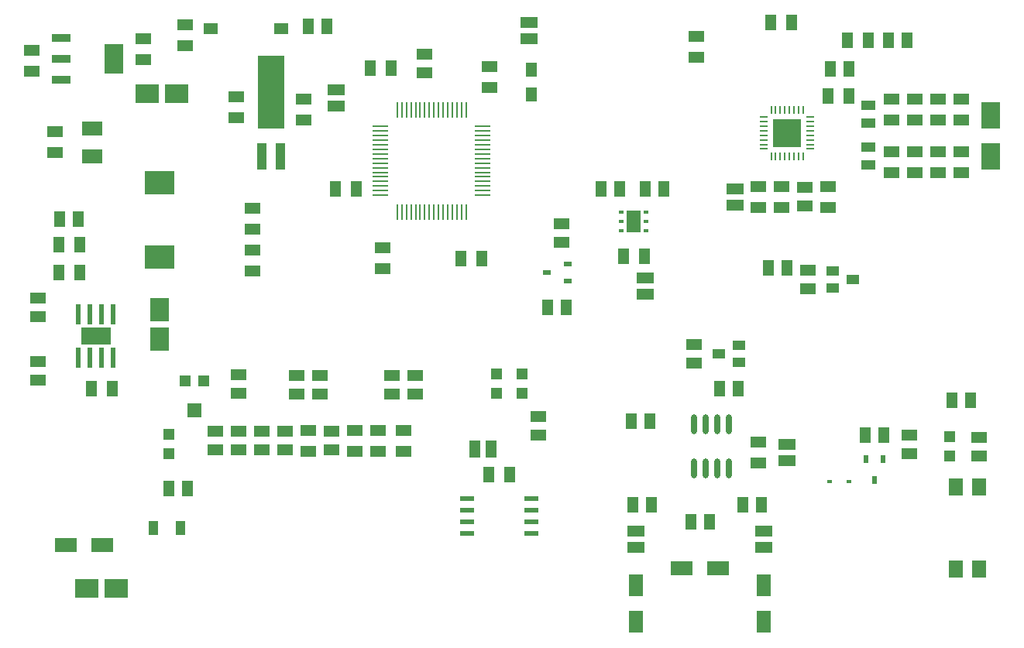
<source format=gtp>
G04 Layer_Color=8421504*
%FSLAX25Y25*%
%MOIN*%
G70*
G01*
G75*
%ADD10R,0.03937X0.06299*%
%ADD11R,0.05000X0.06500*%
%ADD12R,0.06500X0.05000*%
%ADD13R,0.04724X0.04724*%
%ADD14R,0.03937X0.11811*%
%ADD15R,0.11811X0.31496*%
%ADD16R,0.04724X0.04724*%
%ADD17R,0.06299X0.05906*%
%ADD18R,0.05512X0.03937*%
%ADD19R,0.05906X0.04724*%
%ADD20R,0.03543X0.02362*%
%ADD21R,0.02362X0.03543*%
%ADD22R,0.07874X0.11811*%
%ADD23R,0.06457X0.03937*%
%ADD24R,0.12598X0.09843*%
%ADD25R,0.12205X0.12205*%
%ADD26R,0.03543X0.00945*%
%ADD27R,0.00945X0.03543*%
%ADD28O,0.02362X0.08661*%
%ADD29R,0.06496X0.02362*%
%ADD30R,0.00984X0.06890*%
%ADD31R,0.06890X0.00984*%
%ADD32R,0.05906X0.07284*%
%ADD33R,0.08465X0.12795*%
%ADD34R,0.08465X0.03740*%
%ADD35R,0.02362X0.08661*%
%ADD36R,0.12598X0.07677*%
%ADD37R,0.07284X0.04921*%
%ADD38R,0.04921X0.07284*%
%ADD39R,0.06457X0.09449*%
%ADD40R,0.09449X0.06457*%
%ADD41R,0.02323X0.01772*%
%ADD42R,0.09843X0.08465*%
%ADD43R,0.08465X0.09843*%
%ADD44R,0.04921X0.06299*%
%ADD45R,0.08858X0.06299*%
%ADD46R,0.05906X0.09449*%
%ADD47R,0.02362X0.01575*%
D10*
X73905Y50000D02*
D03*
X62094D02*
D03*
D11*
X268000Y96000D02*
D03*
X276000D02*
D03*
X386500Y260000D02*
D03*
X378500D02*
D03*
X361500Y247500D02*
D03*
X353500D02*
D03*
X324000Y60000D02*
D03*
X316000D02*
D03*
X314000Y110000D02*
D03*
X306000D02*
D03*
X301500Y52500D02*
D03*
X293500D02*
D03*
X276500Y60000D02*
D03*
X268500D02*
D03*
X274000Y196000D02*
D03*
X282000D02*
D03*
X263000D02*
D03*
X255000D02*
D03*
X129000Y266000D02*
D03*
X137000D02*
D03*
X232000Y145000D02*
D03*
X240000D02*
D03*
X368500Y90000D02*
D03*
X376500D02*
D03*
X406000Y105000D02*
D03*
X414000D02*
D03*
X22000Y183000D02*
D03*
X30000D02*
D03*
X77000Y67000D02*
D03*
X69000D02*
D03*
X361000Y260000D02*
D03*
X370000D02*
D03*
X352500Y236000D02*
D03*
X361500D02*
D03*
X328000Y267500D02*
D03*
X337000D02*
D03*
X206500Y73000D02*
D03*
X215500D02*
D03*
X164500Y248000D02*
D03*
X155500D02*
D03*
X194500Y166000D02*
D03*
X203500D02*
D03*
X140500Y196000D02*
D03*
X149500D02*
D03*
X264500Y167000D02*
D03*
X273500D02*
D03*
X30500Y172000D02*
D03*
X21500D02*
D03*
X30500Y160000D02*
D03*
X21500D02*
D03*
X35500Y110000D02*
D03*
X44500D02*
D03*
X335000Y162000D02*
D03*
X327000D02*
D03*
D12*
X228000Y98000D02*
D03*
Y90000D02*
D03*
X295000Y121000D02*
D03*
Y129000D02*
D03*
X342500Y188500D02*
D03*
Y196500D02*
D03*
X179000Y246000D02*
D03*
Y254000D02*
D03*
X238000Y181000D02*
D03*
Y173000D02*
D03*
X99000Y108000D02*
D03*
Y116000D02*
D03*
X387500Y82000D02*
D03*
Y90000D02*
D03*
X417500Y81000D02*
D03*
Y89000D02*
D03*
X165000Y115500D02*
D03*
Y107500D02*
D03*
X134000Y115500D02*
D03*
Y107500D02*
D03*
X124000D02*
D03*
Y115500D02*
D03*
X175000Y107500D02*
D03*
Y115500D02*
D03*
X99000Y83500D02*
D03*
Y91500D02*
D03*
X119000Y83500D02*
D03*
Y91500D02*
D03*
X139000Y83500D02*
D03*
Y91500D02*
D03*
X89000Y83500D02*
D03*
Y91500D02*
D03*
X109000Y83500D02*
D03*
Y91500D02*
D03*
X12500Y113500D02*
D03*
Y121500D02*
D03*
Y141000D02*
D03*
Y149000D02*
D03*
X352500Y197000D02*
D03*
Y188000D02*
D03*
X332500Y197000D02*
D03*
Y188000D02*
D03*
X390000Y212000D02*
D03*
Y203000D02*
D03*
X410000D02*
D03*
Y212000D02*
D03*
X400000Y203000D02*
D03*
Y212000D02*
D03*
X380000D02*
D03*
Y203000D02*
D03*
X410000Y225500D02*
D03*
Y234500D02*
D03*
X400000Y225500D02*
D03*
Y234500D02*
D03*
X380000D02*
D03*
Y225500D02*
D03*
X390000D02*
D03*
Y234500D02*
D03*
X296000Y261500D02*
D03*
Y252500D02*
D03*
X322500Y197000D02*
D03*
Y188000D02*
D03*
Y78000D02*
D03*
Y87000D02*
D03*
X98000Y226500D02*
D03*
Y235500D02*
D03*
X127000Y225500D02*
D03*
Y234500D02*
D03*
X76000Y266500D02*
D03*
Y257500D02*
D03*
X105000Y160500D02*
D03*
Y169500D02*
D03*
Y187500D02*
D03*
Y178500D02*
D03*
X161000Y161500D02*
D03*
Y170500D02*
D03*
X207000Y248500D02*
D03*
Y239500D02*
D03*
X159000Y92000D02*
D03*
Y83000D02*
D03*
X170000D02*
D03*
Y92000D02*
D03*
X129000Y83000D02*
D03*
Y92000D02*
D03*
X149000Y83000D02*
D03*
Y92000D02*
D03*
X58000Y260500D02*
D03*
Y251500D02*
D03*
X10000Y255500D02*
D03*
Y246500D02*
D03*
X20000Y211500D02*
D03*
Y220500D02*
D03*
X344000Y161000D02*
D03*
Y153000D02*
D03*
D13*
X221001Y107865D02*
D03*
Y116133D02*
D03*
X210001Y107865D02*
D03*
Y116133D02*
D03*
X404999Y80867D02*
D03*
Y89135D02*
D03*
X69000Y90134D02*
D03*
Y81866D02*
D03*
D14*
X116937Y210000D02*
D03*
X109063D02*
D03*
D15*
X113000Y237559D02*
D03*
D16*
X83937Y113299D02*
D03*
X76063D02*
D03*
D17*
X80000Y100504D02*
D03*
D18*
X305669Y125000D02*
D03*
X314331Y128740D02*
D03*
Y121260D02*
D03*
X363331Y157000D02*
D03*
X354669Y153260D02*
D03*
Y160740D02*
D03*
D19*
X117315Y265000D02*
D03*
X87000D02*
D03*
D20*
X240528Y156260D02*
D03*
Y163740D02*
D03*
X231472Y160000D02*
D03*
D21*
X376240Y79528D02*
D03*
X368760D02*
D03*
X372500Y70472D02*
D03*
D22*
X422500Y227500D02*
D03*
Y209784D02*
D03*
D23*
X370000Y213858D02*
D03*
Y206142D02*
D03*
Y224142D02*
D03*
Y231858D02*
D03*
D24*
X65000Y166555D02*
D03*
Y198445D02*
D03*
D25*
X335000Y220000D02*
D03*
D26*
X324961Y213110D02*
D03*
Y215079D02*
D03*
Y217047D02*
D03*
Y219016D02*
D03*
Y220984D02*
D03*
Y222953D02*
D03*
Y224921D02*
D03*
Y226890D02*
D03*
X345039D02*
D03*
Y224921D02*
D03*
Y222953D02*
D03*
Y220984D02*
D03*
Y219016D02*
D03*
Y217047D02*
D03*
Y215079D02*
D03*
Y213110D02*
D03*
D27*
X328110Y230039D02*
D03*
X330079D02*
D03*
X332047D02*
D03*
X334016D02*
D03*
X335984D02*
D03*
X337953D02*
D03*
X339921D02*
D03*
X341890D02*
D03*
Y209961D02*
D03*
X339921D02*
D03*
X337953D02*
D03*
X335984D02*
D03*
X334016D02*
D03*
X332047D02*
D03*
X330079D02*
D03*
X328110D02*
D03*
D28*
X310000Y94449D02*
D03*
X305000D02*
D03*
X300000D02*
D03*
X295000D02*
D03*
X310000Y75551D02*
D03*
X305000D02*
D03*
X300000D02*
D03*
X295000D02*
D03*
D29*
X224878Y47500D02*
D03*
Y52500D02*
D03*
Y57500D02*
D03*
Y62500D02*
D03*
X197122Y47500D02*
D03*
Y52500D02*
D03*
Y57500D02*
D03*
Y62500D02*
D03*
D30*
X167236Y229949D02*
D03*
X169205D02*
D03*
X171173D02*
D03*
X173142D02*
D03*
X175110D02*
D03*
X177079D02*
D03*
X179047D02*
D03*
X181016D02*
D03*
X182984D02*
D03*
X184953D02*
D03*
X186921D02*
D03*
X188890D02*
D03*
X190858D02*
D03*
X192827D02*
D03*
X194795D02*
D03*
X196764D02*
D03*
Y186051D02*
D03*
X194795D02*
D03*
X192827D02*
D03*
X190858D02*
D03*
X188890D02*
D03*
X186921D02*
D03*
X184953D02*
D03*
X182984D02*
D03*
X181016D02*
D03*
X179047D02*
D03*
X177079D02*
D03*
X175110D02*
D03*
X173142D02*
D03*
X171173D02*
D03*
X169205D02*
D03*
X167236D02*
D03*
D31*
X203949Y222764D02*
D03*
Y220795D02*
D03*
Y218827D02*
D03*
Y216858D02*
D03*
Y214890D02*
D03*
Y212921D02*
D03*
Y210953D02*
D03*
Y208984D02*
D03*
Y207016D02*
D03*
Y205047D02*
D03*
Y203079D02*
D03*
Y201110D02*
D03*
Y199142D02*
D03*
Y197173D02*
D03*
Y195205D02*
D03*
Y193236D02*
D03*
X160051D02*
D03*
Y195205D02*
D03*
Y197173D02*
D03*
Y199142D02*
D03*
Y201110D02*
D03*
Y203079D02*
D03*
Y205047D02*
D03*
Y207016D02*
D03*
Y208984D02*
D03*
Y210953D02*
D03*
Y212921D02*
D03*
Y214890D02*
D03*
Y216858D02*
D03*
Y218827D02*
D03*
Y220795D02*
D03*
Y222764D02*
D03*
D32*
X417500Y67716D02*
D03*
X407500D02*
D03*
Y32283D02*
D03*
X417500D02*
D03*
D33*
X45417Y252000D02*
D03*
D34*
X22583Y242945D02*
D03*
Y252000D02*
D03*
Y261055D02*
D03*
D35*
X45000Y141850D02*
D03*
X40000D02*
D03*
X35000D02*
D03*
X30000D02*
D03*
X45000Y123150D02*
D03*
X40000D02*
D03*
X35000D02*
D03*
X30000D02*
D03*
D36*
X37500Y132500D02*
D03*
D37*
X312500Y189055D02*
D03*
Y195945D02*
D03*
X325000Y48445D02*
D03*
Y41555D02*
D03*
X270000Y48445D02*
D03*
Y41555D02*
D03*
X335000Y79055D02*
D03*
Y85945D02*
D03*
X141000Y238445D02*
D03*
Y231555D02*
D03*
X224000Y260555D02*
D03*
Y267445D02*
D03*
X274000Y157445D02*
D03*
Y150555D02*
D03*
D38*
X207445Y84000D02*
D03*
X200555D02*
D03*
D39*
X325000Y9626D02*
D03*
Y25374D02*
D03*
X270000Y9626D02*
D03*
Y25374D02*
D03*
D40*
X305374Y32500D02*
D03*
X289626D02*
D03*
X40374Y42500D02*
D03*
X24626D02*
D03*
D41*
X361653Y70000D02*
D03*
X353346D02*
D03*
D42*
X59701Y237000D02*
D03*
X72299D02*
D03*
X46299Y24000D02*
D03*
X33701D02*
D03*
D43*
X65000Y131201D02*
D03*
Y143799D02*
D03*
D44*
X225000Y236587D02*
D03*
Y247413D02*
D03*
D45*
X36000Y209996D02*
D03*
Y222004D02*
D03*
D46*
X269000Y182000D02*
D03*
D47*
X274315Y185937D02*
D03*
Y182000D02*
D03*
Y178063D02*
D03*
X263685D02*
D03*
Y182000D02*
D03*
Y185937D02*
D03*
M02*

</source>
